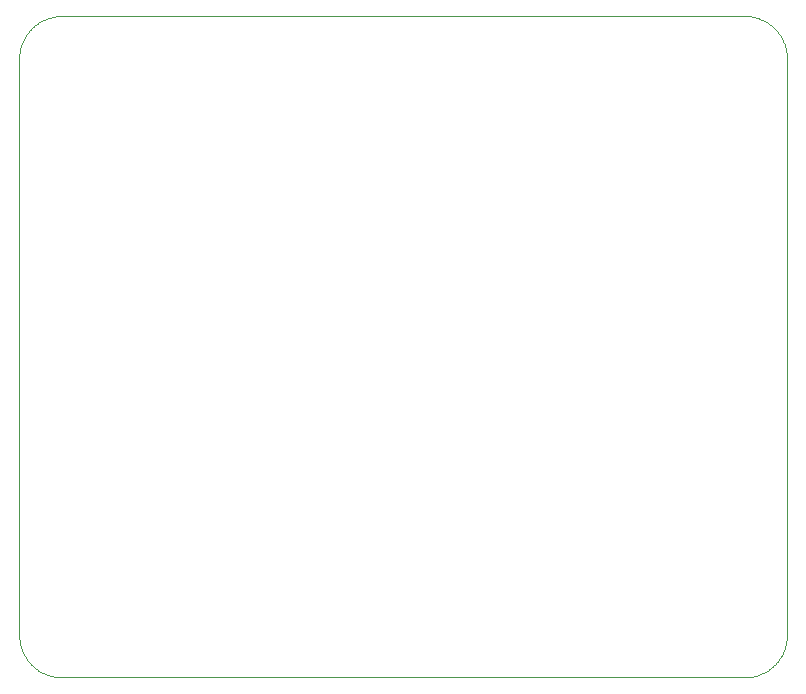
<source format=gbp>
G75*
%MOIN*%
%OFA0B0*%
%FSLAX25Y25*%
%IPPOS*%
%LPD*%
%AMOC8*
5,1,8,0,0,1.08239X$1,22.5*
%
%ADD10C,0.00000*%
D10*
X0016773Y0004109D02*
X0244332Y0004109D01*
X0244674Y0004113D01*
X0245017Y0004126D01*
X0245359Y0004146D01*
X0245700Y0004175D01*
X0246040Y0004212D01*
X0246380Y0004258D01*
X0246718Y0004311D01*
X0247055Y0004373D01*
X0247390Y0004443D01*
X0247724Y0004521D01*
X0248055Y0004607D01*
X0248385Y0004701D01*
X0248712Y0004803D01*
X0249036Y0004912D01*
X0249358Y0005030D01*
X0249677Y0005155D01*
X0249992Y0005288D01*
X0250305Y0005429D01*
X0250613Y0005577D01*
X0250919Y0005732D01*
X0251220Y0005895D01*
X0251517Y0006065D01*
X0251810Y0006242D01*
X0252099Y0006427D01*
X0252383Y0006618D01*
X0252663Y0006816D01*
X0252937Y0007020D01*
X0253207Y0007232D01*
X0253471Y0007449D01*
X0253730Y0007673D01*
X0253984Y0007904D01*
X0254232Y0008140D01*
X0254474Y0008382D01*
X0254710Y0008630D01*
X0254941Y0008884D01*
X0255165Y0009143D01*
X0255382Y0009407D01*
X0255594Y0009677D01*
X0255798Y0009951D01*
X0255996Y0010231D01*
X0256187Y0010515D01*
X0256372Y0010804D01*
X0256549Y0011097D01*
X0256719Y0011394D01*
X0256882Y0011695D01*
X0257037Y0012001D01*
X0257185Y0012309D01*
X0257326Y0012622D01*
X0257459Y0012937D01*
X0257584Y0013256D01*
X0257702Y0013578D01*
X0257811Y0013902D01*
X0257913Y0014229D01*
X0258007Y0014559D01*
X0258093Y0014890D01*
X0258171Y0015224D01*
X0258241Y0015559D01*
X0258303Y0015896D01*
X0258356Y0016234D01*
X0258402Y0016574D01*
X0258439Y0016914D01*
X0258468Y0017255D01*
X0258488Y0017597D01*
X0258501Y0017940D01*
X0258505Y0018282D01*
X0258506Y0018282D02*
X0258506Y0210408D01*
X0258505Y0210408D02*
X0258501Y0210750D01*
X0258488Y0211093D01*
X0258468Y0211435D01*
X0258439Y0211776D01*
X0258402Y0212116D01*
X0258356Y0212456D01*
X0258303Y0212794D01*
X0258241Y0213131D01*
X0258171Y0213466D01*
X0258093Y0213800D01*
X0258007Y0214131D01*
X0257913Y0214461D01*
X0257811Y0214788D01*
X0257702Y0215112D01*
X0257584Y0215434D01*
X0257459Y0215753D01*
X0257326Y0216068D01*
X0257185Y0216381D01*
X0257037Y0216689D01*
X0256882Y0216995D01*
X0256719Y0217296D01*
X0256549Y0217593D01*
X0256372Y0217886D01*
X0256187Y0218175D01*
X0255996Y0218459D01*
X0255798Y0218739D01*
X0255594Y0219013D01*
X0255382Y0219283D01*
X0255165Y0219547D01*
X0254941Y0219806D01*
X0254710Y0220060D01*
X0254474Y0220308D01*
X0254232Y0220550D01*
X0253984Y0220786D01*
X0253730Y0221017D01*
X0253471Y0221241D01*
X0253207Y0221458D01*
X0252937Y0221670D01*
X0252663Y0221874D01*
X0252383Y0222072D01*
X0252099Y0222263D01*
X0251810Y0222448D01*
X0251517Y0222625D01*
X0251220Y0222795D01*
X0250919Y0222958D01*
X0250613Y0223113D01*
X0250305Y0223261D01*
X0249992Y0223402D01*
X0249677Y0223535D01*
X0249358Y0223660D01*
X0249036Y0223778D01*
X0248712Y0223887D01*
X0248385Y0223989D01*
X0248055Y0224083D01*
X0247724Y0224169D01*
X0247390Y0224247D01*
X0247055Y0224317D01*
X0246718Y0224379D01*
X0246380Y0224432D01*
X0246040Y0224478D01*
X0245700Y0224515D01*
X0245359Y0224544D01*
X0245017Y0224564D01*
X0244674Y0224577D01*
X0244332Y0224581D01*
X0016773Y0224581D01*
X0016431Y0224577D01*
X0016088Y0224564D01*
X0015746Y0224544D01*
X0015405Y0224515D01*
X0015065Y0224478D01*
X0014725Y0224432D01*
X0014387Y0224379D01*
X0014050Y0224317D01*
X0013715Y0224247D01*
X0013381Y0224169D01*
X0013050Y0224083D01*
X0012720Y0223989D01*
X0012393Y0223887D01*
X0012069Y0223778D01*
X0011747Y0223660D01*
X0011428Y0223535D01*
X0011113Y0223402D01*
X0010800Y0223261D01*
X0010492Y0223113D01*
X0010186Y0222958D01*
X0009885Y0222795D01*
X0009588Y0222625D01*
X0009295Y0222448D01*
X0009006Y0222263D01*
X0008722Y0222072D01*
X0008442Y0221874D01*
X0008168Y0221670D01*
X0007898Y0221458D01*
X0007634Y0221241D01*
X0007375Y0221017D01*
X0007121Y0220786D01*
X0006873Y0220550D01*
X0006631Y0220308D01*
X0006395Y0220060D01*
X0006164Y0219806D01*
X0005940Y0219547D01*
X0005723Y0219283D01*
X0005511Y0219013D01*
X0005307Y0218739D01*
X0005109Y0218459D01*
X0004918Y0218175D01*
X0004733Y0217886D01*
X0004556Y0217593D01*
X0004386Y0217296D01*
X0004223Y0216995D01*
X0004068Y0216689D01*
X0003920Y0216381D01*
X0003779Y0216068D01*
X0003646Y0215753D01*
X0003521Y0215434D01*
X0003403Y0215112D01*
X0003294Y0214788D01*
X0003192Y0214461D01*
X0003098Y0214131D01*
X0003012Y0213800D01*
X0002934Y0213466D01*
X0002864Y0213131D01*
X0002802Y0212794D01*
X0002749Y0212456D01*
X0002703Y0212116D01*
X0002666Y0211776D01*
X0002637Y0211435D01*
X0002617Y0211093D01*
X0002604Y0210750D01*
X0002600Y0210408D01*
X0002600Y0018282D01*
X0002604Y0017940D01*
X0002617Y0017597D01*
X0002637Y0017255D01*
X0002666Y0016914D01*
X0002703Y0016574D01*
X0002749Y0016234D01*
X0002802Y0015896D01*
X0002864Y0015559D01*
X0002934Y0015224D01*
X0003012Y0014890D01*
X0003098Y0014559D01*
X0003192Y0014229D01*
X0003294Y0013902D01*
X0003403Y0013578D01*
X0003521Y0013256D01*
X0003646Y0012937D01*
X0003779Y0012622D01*
X0003920Y0012309D01*
X0004068Y0012001D01*
X0004223Y0011695D01*
X0004386Y0011394D01*
X0004556Y0011097D01*
X0004733Y0010804D01*
X0004918Y0010515D01*
X0005109Y0010231D01*
X0005307Y0009951D01*
X0005511Y0009677D01*
X0005723Y0009407D01*
X0005940Y0009143D01*
X0006164Y0008884D01*
X0006395Y0008630D01*
X0006631Y0008382D01*
X0006873Y0008140D01*
X0007121Y0007904D01*
X0007375Y0007673D01*
X0007634Y0007449D01*
X0007898Y0007232D01*
X0008168Y0007020D01*
X0008442Y0006816D01*
X0008722Y0006618D01*
X0009006Y0006427D01*
X0009295Y0006242D01*
X0009588Y0006065D01*
X0009885Y0005895D01*
X0010186Y0005732D01*
X0010492Y0005577D01*
X0010800Y0005429D01*
X0011113Y0005288D01*
X0011428Y0005155D01*
X0011747Y0005030D01*
X0012069Y0004912D01*
X0012393Y0004803D01*
X0012720Y0004701D01*
X0013050Y0004607D01*
X0013381Y0004521D01*
X0013715Y0004443D01*
X0014050Y0004373D01*
X0014387Y0004311D01*
X0014725Y0004258D01*
X0015065Y0004212D01*
X0015405Y0004175D01*
X0015746Y0004146D01*
X0016088Y0004126D01*
X0016431Y0004113D01*
X0016773Y0004109D01*
M02*

</source>
